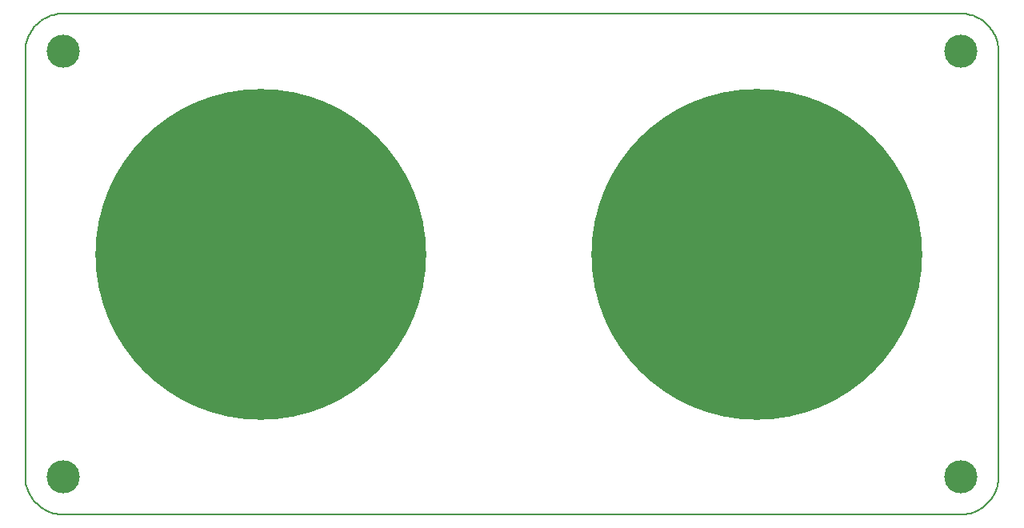
<source format=gtl>
G04*
G04 #@! TF.GenerationSoftware,Altium Limited,Altium Designer,20.0.13 (296)*
G04*
G04 Layer_Physical_Order=1*
G04 Layer_Color=255*
%FSLAX25Y25*%
%MOIN*%
G70*
G01*
G75*
%ADD10C,0.00787*%
%ADD14C,1.37795*%
%ADD15C,0.13780*%
D10*
X183465Y415354D02*
X182476Y415323D01*
X181491Y415230D01*
X180514Y415075D01*
X179548Y414860D01*
X178598Y414584D01*
X177667Y414248D01*
X176759Y413856D01*
X175878Y413406D01*
X175026Y412903D01*
X174208Y412347D01*
X173426Y411740D01*
X172684Y411086D01*
X171985Y410387D01*
X171330Y409645D01*
X170724Y408863D01*
X170168Y408044D01*
X169665Y407193D01*
X169215Y406312D01*
X168822Y405404D01*
X168487Y404473D01*
X168211Y403523D01*
X167996Y402557D01*
X167841Y401580D01*
X167748Y400595D01*
X167717Y399606D01*
Y222441D02*
X167748Y221452D01*
X167841Y220467D01*
X167996Y219490D01*
X168211Y218525D01*
X168487Y217575D01*
X168822Y216644D01*
X169215Y215736D01*
X169665Y214854D01*
X170168Y214003D01*
X170724Y213184D01*
X171330Y212403D01*
X171985Y211661D01*
X172684Y210961D01*
X173426Y210307D01*
X174208Y209700D01*
X175026Y209144D01*
X175878Y208641D01*
X176759Y208192D01*
X177667Y207799D01*
X178598Y207464D01*
X179548Y207188D01*
X180514Y206972D01*
X181491Y206817D01*
X182476Y206724D01*
X183465Y206693D01*
X557480D02*
X558469Y206724D01*
X559454Y206817D01*
X560431Y206972D01*
X561397Y207188D01*
X562347Y207464D01*
X563278Y207799D01*
X564185Y208192D01*
X565067Y208641D01*
X565918Y209144D01*
X566737Y209700D01*
X567519Y210307D01*
X568261Y210961D01*
X568960Y211661D01*
X569614Y212403D01*
X570221Y213184D01*
X570777Y214003D01*
X571280Y214854D01*
X571730Y215736D01*
X572122Y216644D01*
X572458Y217575D01*
X572734Y218525D01*
X572949Y219490D01*
X573104Y220467D01*
X573197Y221452D01*
X573228Y222441D01*
Y399606D02*
X573197Y400595D01*
X573104Y401580D01*
X572949Y402557D01*
X572734Y403523D01*
X572458Y404473D01*
X572122Y405404D01*
X571730Y406312D01*
X571280Y407193D01*
X570777Y408044D01*
X570221Y408863D01*
X569614Y409645D01*
X568960Y410387D01*
X568261Y411086D01*
X567519Y411740D01*
X566737Y412347D01*
X565918Y412903D01*
X565067Y413406D01*
X564185Y413856D01*
X563277Y414248D01*
X562347Y414584D01*
X561397Y414860D01*
X560431Y415075D01*
X559454Y415230D01*
X558469Y415323D01*
X557480Y415354D01*
X183465D02*
X557480D01*
X167717Y222441D02*
Y399606D01*
X183465Y206693D02*
X557480D01*
X573228Y222441D02*
Y399606D01*
D14*
X472441Y314961D02*
D03*
X265748D02*
D03*
D15*
X183465Y399606D02*
D03*
Y222441D02*
D03*
X557480D02*
D03*
Y399606D02*
D03*
M02*

</source>
